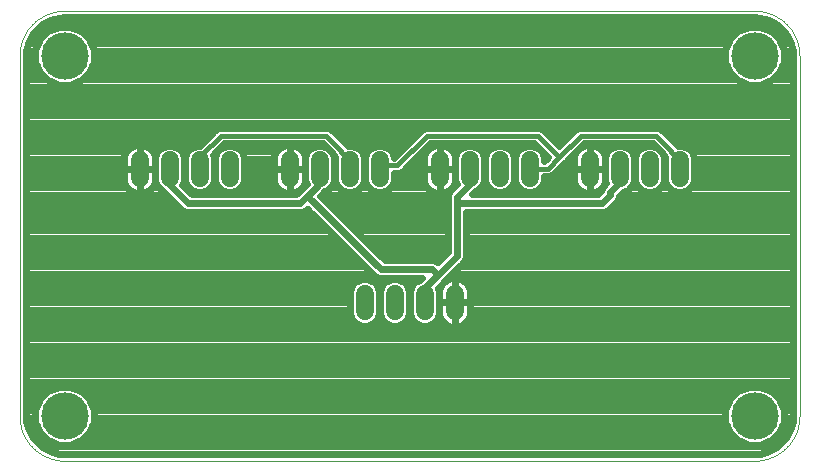
<source format=gtl>
G75*
%MOIN*%
%OFA0B0*%
%FSLAX25Y25*%
%IPPOS*%
%LPD*%
%AMOC8*
5,1,8,0,0,1.08239X$1,22.5*
%
%ADD10C,0.00000*%
%ADD11C,0.05937*%
%ADD12C,0.15811*%
%ADD13C,0.02400*%
%ADD14C,0.01600*%
D10*
X0022200Y0007200D02*
X0252200Y0007200D01*
X0252562Y0007204D01*
X0252925Y0007218D01*
X0253287Y0007239D01*
X0253648Y0007270D01*
X0254008Y0007309D01*
X0254367Y0007357D01*
X0254725Y0007414D01*
X0255082Y0007479D01*
X0255437Y0007553D01*
X0255790Y0007636D01*
X0256141Y0007727D01*
X0256489Y0007826D01*
X0256835Y0007934D01*
X0257179Y0008050D01*
X0257519Y0008175D01*
X0257856Y0008307D01*
X0258190Y0008448D01*
X0258521Y0008597D01*
X0258848Y0008754D01*
X0259171Y0008918D01*
X0259490Y0009090D01*
X0259804Y0009270D01*
X0260115Y0009458D01*
X0260420Y0009653D01*
X0260721Y0009855D01*
X0261017Y0010065D01*
X0261307Y0010281D01*
X0261593Y0010505D01*
X0261873Y0010735D01*
X0262147Y0010972D01*
X0262415Y0011216D01*
X0262678Y0011466D01*
X0262934Y0011722D01*
X0263184Y0011985D01*
X0263428Y0012253D01*
X0263665Y0012527D01*
X0263895Y0012807D01*
X0264119Y0013093D01*
X0264335Y0013383D01*
X0264545Y0013679D01*
X0264747Y0013980D01*
X0264942Y0014285D01*
X0265130Y0014596D01*
X0265310Y0014910D01*
X0265482Y0015229D01*
X0265646Y0015552D01*
X0265803Y0015879D01*
X0265952Y0016210D01*
X0266093Y0016544D01*
X0266225Y0016881D01*
X0266350Y0017221D01*
X0266466Y0017565D01*
X0266574Y0017911D01*
X0266673Y0018259D01*
X0266764Y0018610D01*
X0266847Y0018963D01*
X0266921Y0019318D01*
X0266986Y0019675D01*
X0267043Y0020033D01*
X0267091Y0020392D01*
X0267130Y0020752D01*
X0267161Y0021113D01*
X0267182Y0021475D01*
X0267196Y0021838D01*
X0267200Y0022200D01*
X0267200Y0142200D01*
X0267196Y0142562D01*
X0267182Y0142925D01*
X0267161Y0143287D01*
X0267130Y0143648D01*
X0267091Y0144008D01*
X0267043Y0144367D01*
X0266986Y0144725D01*
X0266921Y0145082D01*
X0266847Y0145437D01*
X0266764Y0145790D01*
X0266673Y0146141D01*
X0266574Y0146489D01*
X0266466Y0146835D01*
X0266350Y0147179D01*
X0266225Y0147519D01*
X0266093Y0147856D01*
X0265952Y0148190D01*
X0265803Y0148521D01*
X0265646Y0148848D01*
X0265482Y0149171D01*
X0265310Y0149490D01*
X0265130Y0149804D01*
X0264942Y0150115D01*
X0264747Y0150420D01*
X0264545Y0150721D01*
X0264335Y0151017D01*
X0264119Y0151307D01*
X0263895Y0151593D01*
X0263665Y0151873D01*
X0263428Y0152147D01*
X0263184Y0152415D01*
X0262934Y0152678D01*
X0262678Y0152934D01*
X0262415Y0153184D01*
X0262147Y0153428D01*
X0261873Y0153665D01*
X0261593Y0153895D01*
X0261307Y0154119D01*
X0261017Y0154335D01*
X0260721Y0154545D01*
X0260420Y0154747D01*
X0260115Y0154942D01*
X0259804Y0155130D01*
X0259490Y0155310D01*
X0259171Y0155482D01*
X0258848Y0155646D01*
X0258521Y0155803D01*
X0258190Y0155952D01*
X0257856Y0156093D01*
X0257519Y0156225D01*
X0257179Y0156350D01*
X0256835Y0156466D01*
X0256489Y0156574D01*
X0256141Y0156673D01*
X0255790Y0156764D01*
X0255437Y0156847D01*
X0255082Y0156921D01*
X0254725Y0156986D01*
X0254367Y0157043D01*
X0254008Y0157091D01*
X0253648Y0157130D01*
X0253287Y0157161D01*
X0252925Y0157182D01*
X0252562Y0157196D01*
X0252200Y0157200D01*
X0022200Y0157200D01*
X0021838Y0157196D01*
X0021475Y0157182D01*
X0021113Y0157161D01*
X0020752Y0157130D01*
X0020392Y0157091D01*
X0020033Y0157043D01*
X0019675Y0156986D01*
X0019318Y0156921D01*
X0018963Y0156847D01*
X0018610Y0156764D01*
X0018259Y0156673D01*
X0017911Y0156574D01*
X0017565Y0156466D01*
X0017221Y0156350D01*
X0016881Y0156225D01*
X0016544Y0156093D01*
X0016210Y0155952D01*
X0015879Y0155803D01*
X0015552Y0155646D01*
X0015229Y0155482D01*
X0014910Y0155310D01*
X0014596Y0155130D01*
X0014285Y0154942D01*
X0013980Y0154747D01*
X0013679Y0154545D01*
X0013383Y0154335D01*
X0013093Y0154119D01*
X0012807Y0153895D01*
X0012527Y0153665D01*
X0012253Y0153428D01*
X0011985Y0153184D01*
X0011722Y0152934D01*
X0011466Y0152678D01*
X0011216Y0152415D01*
X0010972Y0152147D01*
X0010735Y0151873D01*
X0010505Y0151593D01*
X0010281Y0151307D01*
X0010065Y0151017D01*
X0009855Y0150721D01*
X0009653Y0150420D01*
X0009458Y0150115D01*
X0009270Y0149804D01*
X0009090Y0149490D01*
X0008918Y0149171D01*
X0008754Y0148848D01*
X0008597Y0148521D01*
X0008448Y0148190D01*
X0008307Y0147856D01*
X0008175Y0147519D01*
X0008050Y0147179D01*
X0007934Y0146835D01*
X0007826Y0146489D01*
X0007727Y0146141D01*
X0007636Y0145790D01*
X0007553Y0145437D01*
X0007479Y0145082D01*
X0007414Y0144725D01*
X0007357Y0144367D01*
X0007309Y0144008D01*
X0007270Y0143648D01*
X0007239Y0143287D01*
X0007218Y0142925D01*
X0007204Y0142562D01*
X0007200Y0142200D01*
X0007200Y0022200D01*
X0007204Y0021838D01*
X0007218Y0021475D01*
X0007239Y0021113D01*
X0007270Y0020752D01*
X0007309Y0020392D01*
X0007357Y0020033D01*
X0007414Y0019675D01*
X0007479Y0019318D01*
X0007553Y0018963D01*
X0007636Y0018610D01*
X0007727Y0018259D01*
X0007826Y0017911D01*
X0007934Y0017565D01*
X0008050Y0017221D01*
X0008175Y0016881D01*
X0008307Y0016544D01*
X0008448Y0016210D01*
X0008597Y0015879D01*
X0008754Y0015552D01*
X0008918Y0015229D01*
X0009090Y0014910D01*
X0009270Y0014596D01*
X0009458Y0014285D01*
X0009653Y0013980D01*
X0009855Y0013679D01*
X0010065Y0013383D01*
X0010281Y0013093D01*
X0010505Y0012807D01*
X0010735Y0012527D01*
X0010972Y0012253D01*
X0011216Y0011985D01*
X0011466Y0011722D01*
X0011722Y0011466D01*
X0011985Y0011216D01*
X0012253Y0010972D01*
X0012527Y0010735D01*
X0012807Y0010505D01*
X0013093Y0010281D01*
X0013383Y0010065D01*
X0013679Y0009855D01*
X0013980Y0009653D01*
X0014285Y0009458D01*
X0014596Y0009270D01*
X0014910Y0009090D01*
X0015229Y0008918D01*
X0015552Y0008754D01*
X0015879Y0008597D01*
X0016210Y0008448D01*
X0016544Y0008307D01*
X0016881Y0008175D01*
X0017221Y0008050D01*
X0017565Y0007934D01*
X0017911Y0007826D01*
X0018259Y0007727D01*
X0018610Y0007636D01*
X0018963Y0007553D01*
X0019318Y0007479D01*
X0019675Y0007414D01*
X0020033Y0007357D01*
X0020392Y0007309D01*
X0020752Y0007270D01*
X0021113Y0007239D01*
X0021475Y0007218D01*
X0021838Y0007204D01*
X0022200Y0007200D01*
D11*
X0122200Y0056987D02*
X0122200Y0062924D01*
X0132200Y0062924D02*
X0132200Y0056987D01*
X0142200Y0056987D02*
X0142200Y0062924D01*
X0152200Y0062924D02*
X0152200Y0056987D01*
X0147200Y0101476D02*
X0147200Y0107413D01*
X0157200Y0107413D02*
X0157200Y0101476D01*
X0167200Y0101476D02*
X0167200Y0107413D01*
X0177200Y0107413D02*
X0177200Y0101476D01*
X0197200Y0101476D02*
X0197200Y0107413D01*
X0207200Y0107413D02*
X0207200Y0101476D01*
X0217200Y0101476D02*
X0217200Y0107413D01*
X0227200Y0107413D02*
X0227200Y0101476D01*
X0127200Y0101476D02*
X0127200Y0107413D01*
X0117200Y0107413D02*
X0117200Y0101476D01*
X0107200Y0101476D02*
X0107200Y0107413D01*
X0097200Y0107413D02*
X0097200Y0101476D01*
X0077200Y0101476D02*
X0077200Y0107413D01*
X0067200Y0107413D02*
X0067200Y0101476D01*
X0057200Y0101476D02*
X0057200Y0107413D01*
X0047200Y0107413D02*
X0047200Y0101476D01*
D12*
X0022200Y0142200D03*
X0022200Y0022200D03*
X0252200Y0022200D03*
X0252200Y0142200D03*
D13*
X0017302Y0010374D02*
X0014408Y0012045D01*
X0012045Y0014408D01*
X0010374Y0017302D01*
X0009509Y0020529D01*
X0009400Y0022200D01*
X0009400Y0142200D01*
X0009509Y0143871D01*
X0010374Y0147098D01*
X0012045Y0149992D01*
X0014408Y0152355D01*
X0017302Y0154026D01*
X0020529Y0154890D01*
X0022200Y0155000D01*
X0252200Y0155000D01*
X0253871Y0154890D01*
X0257098Y0154026D01*
X0259992Y0152355D01*
X0262355Y0149992D01*
X0264026Y0147098D01*
X0264890Y0143871D01*
X0265000Y0142200D01*
X0265000Y0141289D01*
X0265000Y0022200D01*
X0264890Y0020529D01*
X0264026Y0017302D01*
X0262355Y0014408D01*
X0259992Y0012045D01*
X0257098Y0010374D01*
X0253871Y0009509D01*
X0252200Y0009400D01*
X0022200Y0009400D01*
X0020529Y0009509D01*
X0017302Y0010374D01*
X0020197Y0009599D02*
X0254203Y0009599D01*
X0254131Y0012494D02*
X0250269Y0012494D01*
X0246702Y0013972D01*
X0243972Y0016702D01*
X0242494Y0020269D01*
X0242494Y0024131D01*
X0243972Y0027698D01*
X0246702Y0030428D01*
X0250269Y0031905D01*
X0254131Y0031905D01*
X0257698Y0030428D01*
X0260428Y0027698D01*
X0261905Y0024131D01*
X0261905Y0020269D01*
X0260428Y0016702D01*
X0257698Y0013972D01*
X0254131Y0012494D01*
X0258121Y0014396D02*
X0262343Y0014396D01*
X0259909Y0011997D02*
X0014491Y0011997D01*
X0016702Y0013972D02*
X0020269Y0012494D01*
X0024131Y0012494D01*
X0027698Y0013972D01*
X0030428Y0016702D01*
X0031905Y0020269D01*
X0031905Y0024131D01*
X0030428Y0027698D01*
X0027698Y0030428D01*
X0024131Y0031905D01*
X0020269Y0031905D01*
X0016702Y0030428D01*
X0013972Y0027698D01*
X0012494Y0024131D01*
X0012494Y0020269D01*
X0013972Y0016702D01*
X0016702Y0013972D01*
X0016279Y0014396D02*
X0012057Y0014396D01*
X0010667Y0016794D02*
X0013934Y0016794D01*
X0012941Y0019193D02*
X0009868Y0019193D01*
X0009440Y0021591D02*
X0012494Y0021591D01*
X0012494Y0023990D02*
X0009400Y0023990D01*
X0009400Y0026388D02*
X0013430Y0026388D01*
X0015061Y0028787D02*
X0009400Y0028787D01*
X0009400Y0031185D02*
X0018530Y0031185D01*
X0025870Y0031185D02*
X0248530Y0031185D01*
X0245061Y0028787D02*
X0029339Y0028787D01*
X0030970Y0026388D02*
X0243430Y0026388D01*
X0242494Y0023990D02*
X0031905Y0023990D01*
X0031905Y0021591D02*
X0242494Y0021591D01*
X0242941Y0019193D02*
X0031459Y0019193D01*
X0030466Y0016794D02*
X0243934Y0016794D01*
X0246279Y0014396D02*
X0028121Y0014396D01*
X0009400Y0033584D02*
X0265000Y0033584D01*
X0265000Y0035982D02*
X0009400Y0035982D01*
X0009400Y0038381D02*
X0265000Y0038381D01*
X0265000Y0040779D02*
X0009400Y0040779D01*
X0009400Y0043178D02*
X0265000Y0043178D01*
X0265000Y0045576D02*
X0009400Y0045576D01*
X0009400Y0047975D02*
X0265000Y0047975D01*
X0265000Y0050373D02*
X0009400Y0050373D01*
X0009400Y0052772D02*
X0119917Y0052772D01*
X0119499Y0052945D02*
X0121251Y0052219D01*
X0123149Y0052219D01*
X0124901Y0052945D01*
X0126243Y0054286D01*
X0126968Y0056039D01*
X0126968Y0063873D01*
X0126243Y0065626D01*
X0124901Y0066967D01*
X0123149Y0067693D01*
X0121251Y0067693D01*
X0119499Y0066967D01*
X0118157Y0065626D01*
X0117431Y0063873D01*
X0117431Y0056039D01*
X0118157Y0054286D01*
X0119499Y0052945D01*
X0117791Y0055170D02*
X0009400Y0055170D01*
X0009400Y0057569D02*
X0117431Y0057569D01*
X0117431Y0059967D02*
X0009400Y0059967D01*
X0009400Y0062366D02*
X0117431Y0062366D01*
X0117801Y0064764D02*
X0009400Y0064764D01*
X0009400Y0067163D02*
X0119972Y0067163D01*
X0124428Y0067163D02*
X0129972Y0067163D01*
X0129499Y0066967D02*
X0128157Y0065626D01*
X0127431Y0063873D01*
X0127431Y0056039D01*
X0128157Y0054286D01*
X0129499Y0052945D01*
X0131251Y0052219D01*
X0133149Y0052219D01*
X0134901Y0052945D01*
X0136243Y0054286D01*
X0136968Y0056039D01*
X0136968Y0063873D01*
X0136243Y0065626D01*
X0134901Y0066967D01*
X0133149Y0067693D01*
X0131251Y0067693D01*
X0129499Y0066967D01*
X0127053Y0068000D02*
X0141307Y0068000D01*
X0140823Y0067515D01*
X0139499Y0066967D01*
X0138157Y0065626D01*
X0137431Y0063873D01*
X0137431Y0056039D01*
X0138157Y0054286D01*
X0139499Y0052945D01*
X0141251Y0052219D01*
X0143149Y0052219D01*
X0144901Y0052945D01*
X0146243Y0054286D01*
X0146968Y0056039D01*
X0146968Y0063873D01*
X0146587Y0064794D01*
X0148324Y0066532D01*
X0148324Y0066532D01*
X0149168Y0067376D01*
X0154649Y0072857D01*
X0155493Y0073701D01*
X0155950Y0074803D01*
X0155950Y0090000D01*
X0201947Y0090000D01*
X0203049Y0090457D01*
X0203893Y0091301D01*
X0206643Y0094051D01*
X0207100Y0095153D01*
X0207100Y0095607D01*
X0208236Y0096743D01*
X0209901Y0097433D01*
X0211243Y0098774D01*
X0211968Y0100527D01*
X0211968Y0108361D01*
X0211243Y0110114D01*
X0209901Y0111455D01*
X0208149Y0112181D01*
X0206251Y0112181D01*
X0204499Y0111455D01*
X0203157Y0110114D01*
X0202431Y0108361D01*
X0202431Y0100527D01*
X0202755Y0099747D01*
X0202401Y0099393D01*
X0201557Y0098549D01*
X0201100Y0097447D01*
X0201100Y0096993D01*
X0200107Y0096000D01*
X0157993Y0096000D01*
X0159049Y0097057D01*
X0159089Y0097097D01*
X0159901Y0097433D01*
X0161243Y0098774D01*
X0161968Y0100527D01*
X0161968Y0108361D01*
X0161243Y0110114D01*
X0159901Y0111455D01*
X0158149Y0112181D01*
X0156251Y0112181D01*
X0154499Y0111455D01*
X0153157Y0110114D01*
X0152431Y0108361D01*
X0152431Y0100527D01*
X0152901Y0099394D01*
X0150407Y0096899D01*
X0149950Y0095797D01*
X0149950Y0076643D01*
X0146625Y0073318D01*
X0146399Y0073543D01*
X0145297Y0074000D01*
X0128893Y0074000D01*
X0107418Y0095475D01*
X0107899Y0095957D01*
X0107899Y0095957D01*
X0108743Y0096801D01*
X0108820Y0096985D01*
X0109901Y0097433D01*
X0111243Y0098774D01*
X0111968Y0100527D01*
X0111968Y0108361D01*
X0111243Y0110114D01*
X0109901Y0111455D01*
X0108149Y0112181D01*
X0106251Y0112181D01*
X0104499Y0111455D01*
X0103157Y0110114D01*
X0102431Y0108361D01*
X0102431Y0100527D01*
X0102886Y0099429D01*
X0101476Y0098018D01*
X0101476Y0098018D01*
X0100632Y0097174D01*
X0099457Y0096000D01*
X0064543Y0096000D01*
X0061396Y0099146D01*
X0061968Y0100527D01*
X0061968Y0108361D01*
X0061243Y0110114D01*
X0059901Y0111455D01*
X0058149Y0112181D01*
X0056251Y0112181D01*
X0054499Y0111455D01*
X0053157Y0110114D01*
X0052431Y0108361D01*
X0052431Y0100527D01*
X0053157Y0098774D01*
X0054499Y0097433D01*
X0054713Y0097344D01*
X0061601Y0090457D01*
X0062703Y0090000D01*
X0101297Y0090000D01*
X0102399Y0090457D01*
X0103175Y0091232D01*
X0125107Y0069301D01*
X0125951Y0068457D01*
X0127053Y0068000D01*
X0124846Y0069561D02*
X0009400Y0069561D01*
X0009400Y0071960D02*
X0122448Y0071960D01*
X0120049Y0074358D02*
X0009400Y0074358D01*
X0009400Y0076757D02*
X0117651Y0076757D01*
X0115252Y0079155D02*
X0009400Y0079155D01*
X0009400Y0081554D02*
X0112853Y0081554D01*
X0110455Y0083952D02*
X0009400Y0083952D01*
X0009400Y0086351D02*
X0108056Y0086351D01*
X0105658Y0088749D02*
X0009400Y0088749D01*
X0009400Y0091148D02*
X0060909Y0091148D01*
X0063300Y0093000D02*
X0100700Y0093000D01*
X0103175Y0095475D01*
X0127650Y0071000D01*
X0144700Y0071000D01*
X0146625Y0069075D01*
X0142500Y0064950D01*
X0142500Y0060000D01*
X0142200Y0059956D01*
X0137431Y0059967D02*
X0136968Y0059967D01*
X0136968Y0057569D02*
X0137431Y0057569D01*
X0137791Y0055170D02*
X0136609Y0055170D01*
X0134483Y0052772D02*
X0139917Y0052772D01*
X0144483Y0052772D02*
X0149209Y0052772D01*
X0149491Y0052567D02*
X0148833Y0053045D01*
X0148258Y0053620D01*
X0147780Y0054279D01*
X0147410Y0055003D01*
X0147159Y0055777D01*
X0147031Y0056581D01*
X0147031Y0059956D01*
X0152200Y0059956D01*
X0152200Y0059956D01*
X0152200Y0068093D01*
X0152607Y0068093D01*
X0153410Y0067966D01*
X0154184Y0067714D01*
X0154909Y0067345D01*
X0155567Y0066867D01*
X0156142Y0066291D01*
X0156620Y0065633D01*
X0156990Y0064908D01*
X0157241Y0064135D01*
X0157368Y0063331D01*
X0157368Y0059956D01*
X0152200Y0059956D01*
X0152200Y0068093D01*
X0151793Y0068093D01*
X0150990Y0067966D01*
X0150216Y0067714D01*
X0149491Y0067345D01*
X0148833Y0066867D01*
X0148258Y0066291D01*
X0147780Y0065633D01*
X0147410Y0064908D01*
X0147159Y0064135D01*
X0147031Y0063331D01*
X0147031Y0059956D01*
X0152200Y0059956D01*
X0152200Y0059956D01*
X0152200Y0059956D01*
X0157368Y0059956D01*
X0157368Y0056581D01*
X0157241Y0055777D01*
X0156990Y0055003D01*
X0156620Y0054279D01*
X0156142Y0053620D01*
X0155567Y0053045D01*
X0154909Y0052567D01*
X0154184Y0052198D01*
X0153410Y0051946D01*
X0152607Y0051819D01*
X0152200Y0051819D01*
X0152200Y0059956D01*
X0152200Y0059956D01*
X0152200Y0051819D01*
X0151793Y0051819D01*
X0150990Y0051946D01*
X0150216Y0052198D01*
X0149491Y0052567D01*
X0152200Y0052772D02*
X0152200Y0052772D01*
X0152200Y0055170D02*
X0152200Y0055170D01*
X0155191Y0052772D02*
X0265000Y0052772D01*
X0265000Y0055170D02*
X0157044Y0055170D01*
X0157368Y0057569D02*
X0265000Y0057569D01*
X0265000Y0059967D02*
X0157368Y0059967D01*
X0157368Y0062366D02*
X0265000Y0062366D01*
X0265000Y0064764D02*
X0157037Y0064764D01*
X0155160Y0067163D02*
X0265000Y0067163D01*
X0265000Y0069561D02*
X0151354Y0069561D01*
X0153752Y0071960D02*
X0265000Y0071960D01*
X0265000Y0074358D02*
X0155766Y0074358D01*
X0155950Y0076757D02*
X0265000Y0076757D01*
X0265000Y0079155D02*
X0155950Y0079155D01*
X0155950Y0081554D02*
X0265000Y0081554D01*
X0265000Y0083952D02*
X0155950Y0083952D01*
X0155950Y0086351D02*
X0265000Y0086351D01*
X0265000Y0088749D02*
X0155950Y0088749D01*
X0149950Y0088749D02*
X0114143Y0088749D01*
X0116542Y0086351D02*
X0149950Y0086351D01*
X0149950Y0083952D02*
X0118940Y0083952D01*
X0121339Y0081554D02*
X0149950Y0081554D01*
X0149950Y0079155D02*
X0123737Y0079155D01*
X0126136Y0076757D02*
X0149950Y0076757D01*
X0152950Y0075400D02*
X0152950Y0093000D01*
X0201350Y0093000D01*
X0204100Y0095750D01*
X0204100Y0096850D01*
X0206850Y0099600D01*
X0206850Y0104000D01*
X0207200Y0104444D01*
X0202368Y0104444D02*
X0202368Y0107819D01*
X0202241Y0108623D01*
X0201990Y0109397D01*
X0201620Y0110121D01*
X0201142Y0110780D01*
X0200567Y0111355D01*
X0199909Y0111833D01*
X0199184Y0112202D01*
X0198410Y0112454D01*
X0197607Y0112581D01*
X0197200Y0112581D01*
X0197200Y0104444D01*
X0197200Y0096307D01*
X0197607Y0096307D01*
X0198410Y0096434D01*
X0199184Y0096686D01*
X0199909Y0097055D01*
X0200567Y0097533D01*
X0201142Y0098109D01*
X0201620Y0098767D01*
X0201990Y0099492D01*
X0202241Y0100265D01*
X0202368Y0101069D01*
X0202368Y0104444D01*
X0197200Y0104444D01*
X0197200Y0104444D01*
X0197200Y0096307D01*
X0196793Y0096307D01*
X0195990Y0096434D01*
X0195216Y0096686D01*
X0194491Y0097055D01*
X0193833Y0097533D01*
X0193258Y0098109D01*
X0192780Y0098767D01*
X0192410Y0099492D01*
X0192159Y0100265D01*
X0192031Y0101069D01*
X0192031Y0104444D01*
X0197200Y0104444D01*
X0197200Y0104444D01*
X0197200Y0104444D01*
X0202368Y0104444D01*
X0202368Y0105539D02*
X0202431Y0105539D01*
X0202431Y0107937D02*
X0202350Y0107937D01*
X0201465Y0110336D02*
X0203380Y0110336D01*
X0211020Y0110336D02*
X0213380Y0110336D01*
X0213157Y0110114D02*
X0212431Y0108361D01*
X0212431Y0100527D01*
X0213157Y0098774D01*
X0214499Y0097433D01*
X0216251Y0096707D01*
X0218149Y0096707D01*
X0219901Y0097433D01*
X0221243Y0098774D01*
X0221968Y0100527D01*
X0221968Y0108361D01*
X0221243Y0110114D01*
X0219901Y0111455D01*
X0218149Y0112181D01*
X0216251Y0112181D01*
X0214499Y0111455D01*
X0213157Y0110114D01*
X0212431Y0107937D02*
X0211968Y0107937D01*
X0211968Y0105539D02*
X0212431Y0105539D01*
X0212431Y0103140D02*
X0211968Y0103140D01*
X0211968Y0100742D02*
X0212431Y0100742D01*
X0213588Y0098343D02*
X0210812Y0098343D01*
X0207438Y0095945D02*
X0265000Y0095945D01*
X0265000Y0098343D02*
X0230812Y0098343D01*
X0231243Y0098774D02*
X0231968Y0100527D01*
X0231968Y0108361D01*
X0231243Y0110114D01*
X0229901Y0111455D01*
X0228149Y0112181D01*
X0226546Y0112181D01*
X0225923Y0112804D01*
X0220973Y0117754D01*
X0220017Y0118150D01*
X0193683Y0118150D01*
X0192727Y0117754D01*
X0191996Y0117023D01*
X0187050Y0112077D01*
X0182104Y0117023D01*
X0181373Y0117754D01*
X0180417Y0118150D01*
X0142533Y0118150D01*
X0141577Y0117754D01*
X0132073Y0108250D01*
X0131968Y0108250D01*
X0131968Y0108361D01*
X0131243Y0110114D01*
X0129901Y0111455D01*
X0128149Y0112181D01*
X0126251Y0112181D01*
X0124499Y0111455D01*
X0123157Y0110114D01*
X0122431Y0108361D01*
X0122431Y0100527D01*
X0123157Y0098774D01*
X0124499Y0097433D01*
X0126251Y0096707D01*
X0128149Y0096707D01*
X0129901Y0097433D01*
X0131243Y0098774D01*
X0131968Y0100527D01*
X0131968Y0103050D01*
X0133667Y0103050D01*
X0134623Y0103446D01*
X0135354Y0104177D01*
X0144127Y0112950D01*
X0178823Y0112950D01*
X0183373Y0108400D01*
X0182123Y0107150D01*
X0181968Y0107150D01*
X0181968Y0108361D01*
X0181243Y0110114D01*
X0179901Y0111455D01*
X0178149Y0112181D01*
X0176251Y0112181D01*
X0174499Y0111455D01*
X0173157Y0110114D01*
X0172431Y0108361D01*
X0172431Y0100527D01*
X0173157Y0098774D01*
X0174499Y0097433D01*
X0176251Y0096707D01*
X0178149Y0096707D01*
X0179901Y0097433D01*
X0181243Y0098774D01*
X0181968Y0100527D01*
X0181968Y0101950D01*
X0183717Y0101950D01*
X0184673Y0102346D01*
X0188523Y0106196D01*
X0189254Y0106927D01*
X0189254Y0106927D01*
X0195277Y0112950D01*
X0218423Y0112950D01*
X0221857Y0109516D01*
X0222246Y0108577D01*
X0222440Y0108383D01*
X0222431Y0108361D01*
X0222431Y0100527D01*
X0223157Y0098774D01*
X0224499Y0097433D01*
X0226251Y0096707D01*
X0228149Y0096707D01*
X0229901Y0097433D01*
X0231243Y0098774D01*
X0231968Y0100742D02*
X0265000Y0100742D01*
X0265000Y0103140D02*
X0231968Y0103140D01*
X0231968Y0105539D02*
X0265000Y0105539D01*
X0265000Y0107937D02*
X0231968Y0107937D01*
X0231020Y0110336D02*
X0265000Y0110336D01*
X0265000Y0112734D02*
X0225992Y0112734D01*
X0223594Y0115133D02*
X0265000Y0115133D01*
X0265000Y0117532D02*
X0221195Y0117532D01*
X0218639Y0112734D02*
X0195061Y0112734D01*
X0195216Y0112202D02*
X0194491Y0111833D01*
X0193833Y0111355D01*
X0193258Y0110780D01*
X0192780Y0110121D01*
X0192410Y0109397D01*
X0192159Y0108623D01*
X0192031Y0107819D01*
X0192031Y0104444D01*
X0197200Y0104444D01*
X0197200Y0112581D01*
X0196793Y0112581D01*
X0195990Y0112454D01*
X0195216Y0112202D01*
X0197200Y0110336D02*
X0197200Y0110336D01*
X0192935Y0110336D02*
X0192663Y0110336D01*
X0192050Y0107937D02*
X0190264Y0107937D01*
X0188523Y0106196D02*
X0188523Y0106196D01*
X0187866Y0105539D02*
X0192031Y0105539D01*
X0192031Y0103140D02*
X0185467Y0103140D01*
X0181968Y0100742D02*
X0192083Y0100742D01*
X0197200Y0100742D02*
X0197200Y0100742D01*
X0197200Y0103140D02*
X0197200Y0103140D01*
X0197200Y0104444D02*
X0197200Y0104444D01*
X0197200Y0105539D02*
X0197200Y0105539D01*
X0197200Y0107937D02*
X0197200Y0107937D01*
X0202368Y0103140D02*
X0202431Y0103140D01*
X0202431Y0100742D02*
X0202317Y0100742D01*
X0201471Y0098343D02*
X0201313Y0098343D01*
X0197200Y0098343D02*
X0197200Y0098343D01*
X0193087Y0098343D02*
X0180812Y0098343D01*
X0173588Y0098343D02*
X0170812Y0098343D01*
X0171243Y0098774D02*
X0171968Y0100527D01*
X0171968Y0108361D01*
X0171243Y0110114D01*
X0169901Y0111455D01*
X0168149Y0112181D01*
X0166251Y0112181D01*
X0164499Y0111455D01*
X0163157Y0110114D01*
X0162431Y0108361D01*
X0162431Y0100527D01*
X0163157Y0098774D01*
X0164499Y0097433D01*
X0166251Y0096707D01*
X0168149Y0096707D01*
X0169901Y0097433D01*
X0171243Y0098774D01*
X0171968Y0100742D02*
X0172431Y0100742D01*
X0172431Y0103140D02*
X0171968Y0103140D01*
X0171968Y0105539D02*
X0172431Y0105539D01*
X0172431Y0107937D02*
X0171968Y0107937D01*
X0171020Y0110336D02*
X0173380Y0110336D01*
X0179039Y0112734D02*
X0143911Y0112734D01*
X0144491Y0111833D02*
X0143833Y0111355D01*
X0143258Y0110780D01*
X0142780Y0110121D01*
X0142410Y0109397D01*
X0142159Y0108623D01*
X0142031Y0107819D01*
X0142031Y0104444D01*
X0142031Y0101069D01*
X0142159Y0100265D01*
X0142410Y0099492D01*
X0142780Y0098767D01*
X0143258Y0098109D01*
X0143833Y0097533D01*
X0144491Y0097055D01*
X0145216Y0096686D01*
X0145990Y0096434D01*
X0146793Y0096307D01*
X0147200Y0096307D01*
X0147607Y0096307D01*
X0148410Y0096434D01*
X0149184Y0096686D01*
X0149909Y0097055D01*
X0150567Y0097533D01*
X0151142Y0098109D01*
X0151620Y0098767D01*
X0151990Y0099492D01*
X0152241Y0100265D01*
X0152368Y0101069D01*
X0152368Y0104444D01*
X0147200Y0104444D01*
X0147200Y0096307D01*
X0147200Y0104444D01*
X0147200Y0104444D01*
X0147200Y0104444D01*
X0142031Y0104444D01*
X0147200Y0104444D01*
X0147200Y0104444D01*
X0152368Y0104444D01*
X0152368Y0107819D01*
X0152241Y0108623D01*
X0151990Y0109397D01*
X0151620Y0110121D01*
X0151142Y0110780D01*
X0150567Y0111355D01*
X0149909Y0111833D01*
X0149184Y0112202D01*
X0148410Y0112454D01*
X0147607Y0112581D01*
X0147200Y0112581D01*
X0147200Y0104444D01*
X0147200Y0112581D01*
X0146793Y0112581D01*
X0145990Y0112454D01*
X0145216Y0112202D01*
X0144491Y0111833D01*
X0142935Y0110336D02*
X0141513Y0110336D01*
X0142050Y0107937D02*
X0139114Y0107937D01*
X0136716Y0105539D02*
X0142031Y0105539D01*
X0142031Y0103140D02*
X0133886Y0103140D01*
X0131968Y0100742D02*
X0142083Y0100742D01*
X0143087Y0098343D02*
X0130812Y0098343D01*
X0123588Y0098343D02*
X0120812Y0098343D01*
X0121243Y0098774D02*
X0121968Y0100527D01*
X0121968Y0108361D01*
X0121243Y0110114D01*
X0119901Y0111455D01*
X0118149Y0112181D01*
X0116546Y0112181D01*
X0115923Y0112804D01*
X0110973Y0117754D01*
X0110017Y0118150D01*
X0073783Y0118150D01*
X0072827Y0117754D01*
X0072096Y0117023D01*
X0067254Y0112181D01*
X0066251Y0112181D01*
X0064499Y0111455D01*
X0063157Y0110114D01*
X0062431Y0108361D01*
X0062431Y0100527D01*
X0063157Y0098774D01*
X0064499Y0097433D01*
X0066251Y0096707D01*
X0068149Y0096707D01*
X0069901Y0097433D01*
X0071243Y0098774D01*
X0071968Y0100527D01*
X0071968Y0108361D01*
X0071623Y0109196D01*
X0075377Y0112950D01*
X0108423Y0112950D01*
X0111857Y0109516D01*
X0112246Y0108577D01*
X0112440Y0108383D01*
X0112431Y0108361D01*
X0112431Y0100527D01*
X0113157Y0098774D01*
X0114499Y0097433D01*
X0116251Y0096707D01*
X0118149Y0096707D01*
X0119901Y0097433D01*
X0121243Y0098774D01*
X0121968Y0100742D02*
X0122431Y0100742D01*
X0122431Y0103140D02*
X0121968Y0103140D01*
X0121968Y0105539D02*
X0122431Y0105539D01*
X0122431Y0107937D02*
X0121968Y0107937D01*
X0121020Y0110336D02*
X0123380Y0110336D01*
X0115992Y0112734D02*
X0136558Y0112734D01*
X0134159Y0110336D02*
X0131020Y0110336D01*
X0138956Y0115133D02*
X0113594Y0115133D01*
X0111195Y0117532D02*
X0141355Y0117532D01*
X0147200Y0110336D02*
X0147200Y0110336D01*
X0147200Y0107937D02*
X0147200Y0107937D01*
X0147200Y0105539D02*
X0147200Y0105539D01*
X0147200Y0104444D02*
X0147200Y0104444D01*
X0147200Y0103140D02*
X0147200Y0103140D01*
X0147200Y0100742D02*
X0147200Y0100742D01*
X0147200Y0098343D02*
X0147200Y0098343D01*
X0150011Y0095945D02*
X0107888Y0095945D01*
X0106200Y0098500D02*
X0106200Y0099050D01*
X0106750Y0099600D01*
X0106750Y0104000D01*
X0107200Y0104444D01*
X0111968Y0105539D02*
X0112431Y0105539D01*
X0112431Y0107937D02*
X0111968Y0107937D01*
X0111037Y0110336D02*
X0111020Y0110336D01*
X0108639Y0112734D02*
X0075161Y0112734D01*
X0076251Y0112181D02*
X0074499Y0111455D01*
X0073157Y0110114D01*
X0072431Y0108361D01*
X0072431Y0100527D01*
X0073157Y0098774D01*
X0074499Y0097433D01*
X0076251Y0096707D01*
X0078149Y0096707D01*
X0079901Y0097433D01*
X0081243Y0098774D01*
X0081968Y0100527D01*
X0081968Y0108361D01*
X0081243Y0110114D01*
X0079901Y0111455D01*
X0078149Y0112181D01*
X0076251Y0112181D01*
X0073380Y0110336D02*
X0072763Y0110336D01*
X0072431Y0107937D02*
X0071968Y0107937D01*
X0071968Y0105539D02*
X0072431Y0105539D01*
X0072431Y0103140D02*
X0071968Y0103140D01*
X0071968Y0100742D02*
X0072431Y0100742D01*
X0073588Y0098343D02*
X0070812Y0098343D01*
X0063588Y0098343D02*
X0062199Y0098343D01*
X0061968Y0100742D02*
X0062431Y0100742D01*
X0062431Y0103140D02*
X0061968Y0103140D01*
X0061968Y0105539D02*
X0062431Y0105539D01*
X0062431Y0107937D02*
X0061968Y0107937D01*
X0061020Y0110336D02*
X0063380Y0110336D01*
X0067808Y0112734D02*
X0009400Y0112734D01*
X0009400Y0110336D02*
X0042935Y0110336D01*
X0042780Y0110121D02*
X0043258Y0110780D01*
X0043833Y0111355D01*
X0044491Y0111833D01*
X0045216Y0112202D01*
X0045990Y0112454D01*
X0046793Y0112581D01*
X0047200Y0112581D01*
X0047200Y0104444D01*
X0047200Y0096307D01*
X0047607Y0096307D01*
X0048410Y0096434D01*
X0049184Y0096686D01*
X0049909Y0097055D01*
X0050567Y0097533D01*
X0051142Y0098109D01*
X0051620Y0098767D01*
X0051990Y0099492D01*
X0052241Y0100265D01*
X0052368Y0101069D01*
X0052368Y0104444D01*
X0047200Y0104444D01*
X0047200Y0104444D01*
X0047200Y0096307D01*
X0046793Y0096307D01*
X0045990Y0096434D01*
X0045216Y0096686D01*
X0044491Y0097055D01*
X0043833Y0097533D01*
X0043258Y0098109D01*
X0042780Y0098767D01*
X0042410Y0099492D01*
X0042159Y0100265D01*
X0042031Y0101069D01*
X0042031Y0104444D01*
X0047200Y0104444D01*
X0047200Y0104444D01*
X0047200Y0104444D01*
X0052368Y0104444D01*
X0052368Y0107819D01*
X0052241Y0108623D01*
X0051990Y0109397D01*
X0051620Y0110121D01*
X0051142Y0110780D01*
X0050567Y0111355D01*
X0049909Y0111833D01*
X0049184Y0112202D01*
X0048410Y0112454D01*
X0047607Y0112581D01*
X0047200Y0112581D01*
X0047200Y0104444D01*
X0042031Y0104444D01*
X0042031Y0107819D01*
X0042159Y0108623D01*
X0042410Y0109397D01*
X0042780Y0110121D01*
X0042050Y0107937D02*
X0009400Y0107937D01*
X0009400Y0105539D02*
X0042031Y0105539D01*
X0042031Y0103140D02*
X0009400Y0103140D01*
X0009400Y0100742D02*
X0042083Y0100742D01*
X0043087Y0098343D02*
X0009400Y0098343D01*
X0009400Y0095945D02*
X0056112Y0095945D01*
X0053588Y0098343D02*
X0051313Y0098343D01*
X0047200Y0098343D02*
X0047200Y0098343D01*
X0047200Y0100742D02*
X0047200Y0100742D01*
X0047200Y0103140D02*
X0047200Y0103140D01*
X0047200Y0104444D02*
X0047200Y0104444D01*
X0047200Y0105539D02*
X0047200Y0105539D01*
X0047200Y0107937D02*
X0047200Y0107937D01*
X0047200Y0110336D02*
X0047200Y0110336D01*
X0051465Y0110336D02*
X0053380Y0110336D01*
X0052431Y0107937D02*
X0052350Y0107937D01*
X0052368Y0105539D02*
X0052431Y0105539D01*
X0057200Y0104444D02*
X0057250Y0104000D01*
X0057250Y0099050D01*
X0063300Y0093000D01*
X0058511Y0093546D02*
X0009400Y0093546D01*
X0009400Y0115133D02*
X0070206Y0115133D01*
X0072605Y0117532D02*
X0009400Y0117532D01*
X0009400Y0119930D02*
X0265000Y0119930D01*
X0265000Y0122329D02*
X0009400Y0122329D01*
X0009400Y0124727D02*
X0265000Y0124727D01*
X0265000Y0127126D02*
X0009400Y0127126D01*
X0009400Y0129524D02*
X0265000Y0129524D01*
X0265000Y0131923D02*
X0009400Y0131923D01*
X0009400Y0134321D02*
X0016353Y0134321D01*
X0016702Y0133972D02*
X0020269Y0132494D01*
X0024131Y0132494D01*
X0027698Y0133972D01*
X0030428Y0136702D01*
X0031905Y0140269D01*
X0031905Y0144131D01*
X0030428Y0147698D01*
X0027698Y0150428D01*
X0024131Y0151905D01*
X0020269Y0151905D01*
X0016702Y0150428D01*
X0013972Y0147698D01*
X0012494Y0144131D01*
X0012494Y0140269D01*
X0013972Y0136702D01*
X0016702Y0133972D01*
X0013965Y0136720D02*
X0009400Y0136720D01*
X0009400Y0139118D02*
X0012971Y0139118D01*
X0012494Y0141517D02*
X0009400Y0141517D01*
X0009521Y0143915D02*
X0012494Y0143915D01*
X0013399Y0146314D02*
X0010164Y0146314D01*
X0010374Y0147098D02*
X0010374Y0147098D01*
X0011306Y0148712D02*
X0014987Y0148712D01*
X0013164Y0151111D02*
X0018351Y0151111D01*
X0016407Y0153509D02*
X0257993Y0153509D01*
X0256049Y0151111D02*
X0261236Y0151111D01*
X0259413Y0148712D02*
X0263094Y0148712D01*
X0260428Y0147698D02*
X0257698Y0150428D01*
X0254131Y0151905D01*
X0250269Y0151905D01*
X0246702Y0150428D01*
X0243972Y0147698D01*
X0242494Y0144131D01*
X0242494Y0140269D01*
X0243972Y0136702D01*
X0246702Y0133972D01*
X0250269Y0132494D01*
X0254131Y0132494D01*
X0257698Y0133972D01*
X0260428Y0136702D01*
X0261905Y0140269D01*
X0261905Y0144131D01*
X0260428Y0147698D01*
X0261001Y0146314D02*
X0264236Y0146314D01*
X0264879Y0143915D02*
X0261905Y0143915D01*
X0261905Y0141517D02*
X0265000Y0141517D01*
X0265000Y0139118D02*
X0261429Y0139118D01*
X0260435Y0136720D02*
X0265000Y0136720D01*
X0265000Y0134321D02*
X0258047Y0134321D01*
X0246353Y0134321D02*
X0028047Y0134321D01*
X0030435Y0136720D02*
X0243965Y0136720D01*
X0242971Y0139118D02*
X0031429Y0139118D01*
X0031905Y0141517D02*
X0242494Y0141517D01*
X0242494Y0143915D02*
X0031905Y0143915D01*
X0031001Y0146314D02*
X0243399Y0146314D01*
X0244987Y0148712D02*
X0029413Y0148712D01*
X0026049Y0151111D02*
X0248351Y0151111D01*
X0192505Y0117532D02*
X0181595Y0117532D01*
X0183994Y0115133D02*
X0190106Y0115133D01*
X0187708Y0112734D02*
X0186392Y0112734D01*
X0181437Y0110336D02*
X0181020Y0110336D01*
X0181968Y0107937D02*
X0182911Y0107937D01*
X0163380Y0110336D02*
X0161020Y0110336D01*
X0161968Y0107937D02*
X0162431Y0107937D01*
X0162431Y0105539D02*
X0161968Y0105539D01*
X0161968Y0103140D02*
X0162431Y0103140D01*
X0162431Y0100742D02*
X0161968Y0100742D01*
X0160812Y0098343D02*
X0163588Y0098343D01*
X0157350Y0099600D02*
X0157350Y0104000D01*
X0157200Y0104444D01*
X0152431Y0105539D02*
X0152368Y0105539D01*
X0152350Y0107937D02*
X0152431Y0107937D01*
X0153380Y0110336D02*
X0151465Y0110336D01*
X0152368Y0103140D02*
X0152431Y0103140D01*
X0152431Y0100742D02*
X0152317Y0100742D01*
X0151851Y0098343D02*
X0151313Y0098343D01*
X0152950Y0095200D02*
X0157350Y0099600D01*
X0152950Y0095200D02*
X0152950Y0093000D01*
X0149950Y0093546D02*
X0109346Y0093546D01*
X0111745Y0091148D02*
X0149950Y0091148D01*
X0152950Y0075400D02*
X0146625Y0069075D01*
X0148955Y0067163D02*
X0149240Y0067163D01*
X0149168Y0067376D02*
X0149168Y0067376D01*
X0152200Y0067163D02*
X0152200Y0067163D01*
X0152200Y0064764D02*
X0152200Y0064764D01*
X0152200Y0062366D02*
X0152200Y0062366D01*
X0152200Y0059967D02*
X0152200Y0059967D01*
X0152200Y0057569D02*
X0152200Y0057569D01*
X0147031Y0057569D02*
X0146968Y0057569D01*
X0146968Y0059967D02*
X0147031Y0059967D01*
X0146968Y0062366D02*
X0147031Y0062366D01*
X0147363Y0064764D02*
X0146599Y0064764D01*
X0139972Y0067163D02*
X0134428Y0067163D01*
X0136599Y0064764D02*
X0137801Y0064764D01*
X0137431Y0062366D02*
X0136968Y0062366D01*
X0127801Y0064764D02*
X0126599Y0064764D01*
X0126968Y0062366D02*
X0127431Y0062366D01*
X0127431Y0059967D02*
X0126968Y0059967D01*
X0126968Y0057569D02*
X0127431Y0057569D01*
X0127791Y0055170D02*
X0126609Y0055170D01*
X0124483Y0052772D02*
X0129917Y0052772D01*
X0146609Y0055170D02*
X0147356Y0055170D01*
X0147666Y0074358D02*
X0128534Y0074358D01*
X0103259Y0091148D02*
X0103091Y0091148D01*
X0103175Y0095475D02*
X0106200Y0098500D01*
X0101990Y0099492D02*
X0102241Y0100265D01*
X0102368Y0101069D01*
X0102368Y0104444D01*
X0097200Y0104444D01*
X0097200Y0096307D01*
X0097607Y0096307D01*
X0098410Y0096434D01*
X0099184Y0096686D01*
X0099909Y0097055D01*
X0100567Y0097533D01*
X0101142Y0098109D01*
X0101620Y0098767D01*
X0101990Y0099492D01*
X0101801Y0098343D02*
X0101313Y0098343D01*
X0100632Y0097174D02*
X0100632Y0097174D01*
X0097200Y0096307D02*
X0097200Y0104444D01*
X0097200Y0104444D01*
X0097200Y0104444D01*
X0092031Y0104444D01*
X0092031Y0101069D01*
X0092159Y0100265D01*
X0092410Y0099492D01*
X0092780Y0098767D01*
X0093258Y0098109D01*
X0093833Y0097533D01*
X0094491Y0097055D01*
X0095216Y0096686D01*
X0095990Y0096434D01*
X0096793Y0096307D01*
X0097200Y0096307D01*
X0097200Y0098343D02*
X0097200Y0098343D01*
X0097200Y0100742D02*
X0097200Y0100742D01*
X0097200Y0103140D02*
X0097200Y0103140D01*
X0097200Y0104444D02*
X0097200Y0104444D01*
X0102368Y0104444D01*
X0102368Y0107819D01*
X0102241Y0108623D01*
X0101990Y0109397D01*
X0101620Y0110121D01*
X0101142Y0110780D01*
X0100567Y0111355D01*
X0099909Y0111833D01*
X0099184Y0112202D01*
X0098410Y0112454D01*
X0097607Y0112581D01*
X0097200Y0112581D01*
X0097200Y0104444D01*
X0092031Y0104444D01*
X0092031Y0107819D01*
X0092159Y0108623D01*
X0092410Y0109397D01*
X0092780Y0110121D01*
X0093258Y0110780D01*
X0093833Y0111355D01*
X0094491Y0111833D01*
X0095216Y0112202D01*
X0095990Y0112454D01*
X0096793Y0112581D01*
X0097200Y0112581D01*
X0097200Y0104444D01*
X0097200Y0104444D01*
X0097200Y0105539D02*
X0097200Y0105539D01*
X0097200Y0107937D02*
X0097200Y0107937D01*
X0097200Y0110336D02*
X0097200Y0110336D01*
X0101465Y0110336D02*
X0103380Y0110336D01*
X0102431Y0107937D02*
X0102350Y0107937D01*
X0102368Y0105539D02*
X0102431Y0105539D01*
X0102368Y0103140D02*
X0102431Y0103140D01*
X0102431Y0100742D02*
X0102317Y0100742D01*
X0110812Y0098343D02*
X0113588Y0098343D01*
X0112431Y0100742D02*
X0111968Y0100742D01*
X0111968Y0103140D02*
X0112431Y0103140D01*
X0093087Y0098343D02*
X0080812Y0098343D01*
X0081968Y0100742D02*
X0092083Y0100742D01*
X0092031Y0103140D02*
X0081968Y0103140D01*
X0081968Y0105539D02*
X0092031Y0105539D01*
X0092050Y0107937D02*
X0081968Y0107937D01*
X0081020Y0110336D02*
X0092935Y0110336D01*
X0052431Y0103140D02*
X0052368Y0103140D01*
X0052317Y0100742D02*
X0052431Y0100742D01*
X0203741Y0091148D02*
X0265000Y0091148D01*
X0265000Y0093546D02*
X0206139Y0093546D01*
X0220812Y0098343D02*
X0223588Y0098343D01*
X0222431Y0100742D02*
X0221968Y0100742D01*
X0221968Y0103140D02*
X0222431Y0103140D01*
X0222431Y0105539D02*
X0221968Y0105539D01*
X0221968Y0107937D02*
X0222431Y0107937D01*
X0221037Y0110336D02*
X0221020Y0110336D01*
X0255870Y0031185D02*
X0265000Y0031185D01*
X0265000Y0028787D02*
X0259339Y0028787D01*
X0260970Y0026388D02*
X0265000Y0026388D01*
X0265000Y0023990D02*
X0261905Y0023990D01*
X0261905Y0021591D02*
X0264960Y0021591D01*
X0264532Y0019193D02*
X0261459Y0019193D01*
X0260466Y0016794D02*
X0263733Y0016794D01*
D14*
X0227200Y0104444D02*
X0227200Y0107300D01*
X0224450Y0110050D01*
X0224450Y0110600D01*
X0219500Y0115550D01*
X0194200Y0115550D01*
X0187050Y0108400D01*
X0179900Y0115550D01*
X0143050Y0115550D01*
X0133150Y0105650D01*
X0128750Y0105650D01*
X0127650Y0104550D01*
X0127200Y0104444D01*
X0117200Y0104444D02*
X0117200Y0107300D01*
X0114450Y0110050D01*
X0114450Y0110600D01*
X0109500Y0115550D01*
X0074300Y0115550D01*
X0067700Y0108950D01*
X0067700Y0104550D01*
X0067200Y0104444D01*
X0177200Y0104444D02*
X0177700Y0104550D01*
X0183200Y0104550D01*
X0187050Y0108400D01*
M02*

</source>
